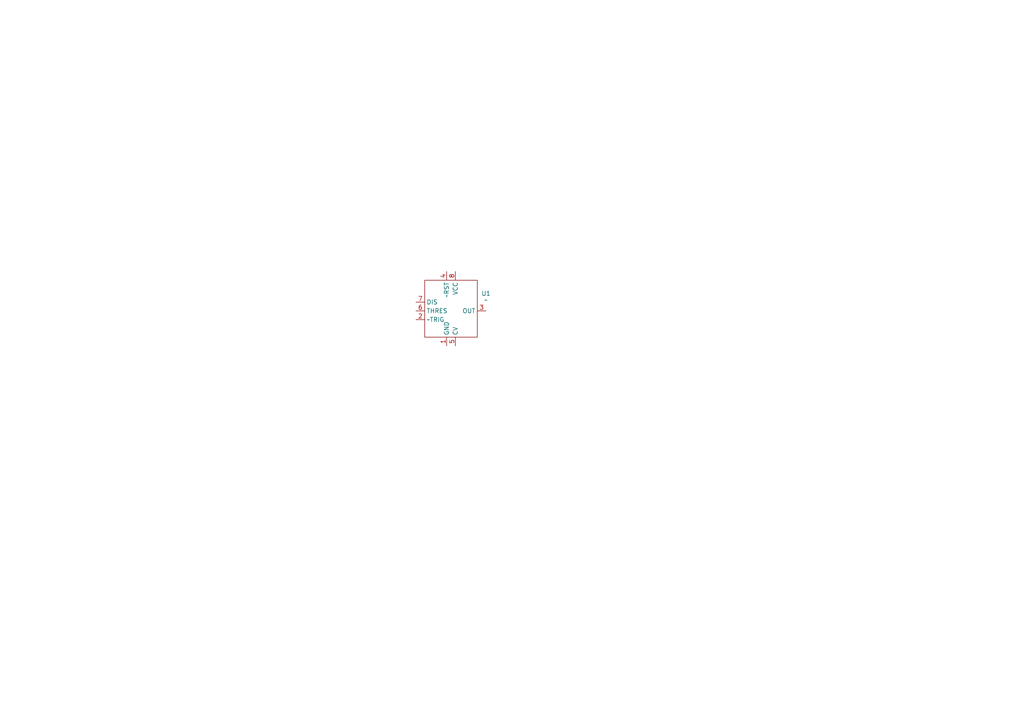
<source format=kicad_sch>
(kicad_sch (version 20231120) (generator "eeschema") (generator_version "8.0")
  (paper "A4")
  (title_block (date "2024-04-27") (rev "v01") (comment 9 "JUBAID"))
  (lib_symbols
    (symbol "555_Badge:555_IC"
      (property "Reference" "U" (at 5.08 -8.89 0))
      (symbol "555_IC_0_1"
        (rectangle (start -7.62 8.89) (end 7.62 -7.62))
      )
      (symbol "555_IC_1_1"
        (pin power_in line (at -1.27 -10.16 90) (length 2.54) (name "GND") (number "1"))
        (pin input line (at -10.16 -2.54 0) (length 2.54) (name "~TRIG") (number "2"))
        (pin output line (at 10.16 0 180) (length 2.54) (name "OUT") (number "3"))
        (pin input line (at -1.27 11.43 270) (length 2.54) (name "~RST") (number "4"))
        (pin input line (at 1.27 -10.16 90) (length 2.54) (name "CV") (number "5"))
        (pin bidirectional line (at -10.16 0 0) (length 2.54) (name "THRES") (number "6"))
        (pin bidirectional line (at -10.16 2.54 0) (length 2.54) (name "DIS") (number "7"))
        (pin power_in line (at 1.27 11.43 270) (length 2.54) (name "VCC") (number "8"))
      )
    )
  )
  (symbol (lib_id "555_Badge:555_IC") (at 130.81 90.17 0) (unit 1)
    (property "Reference" "U1" (at 140.97 85.1214 0))
    (property "Value" "~" (at 140.97 87.0265 0))
  )
)
</source>
